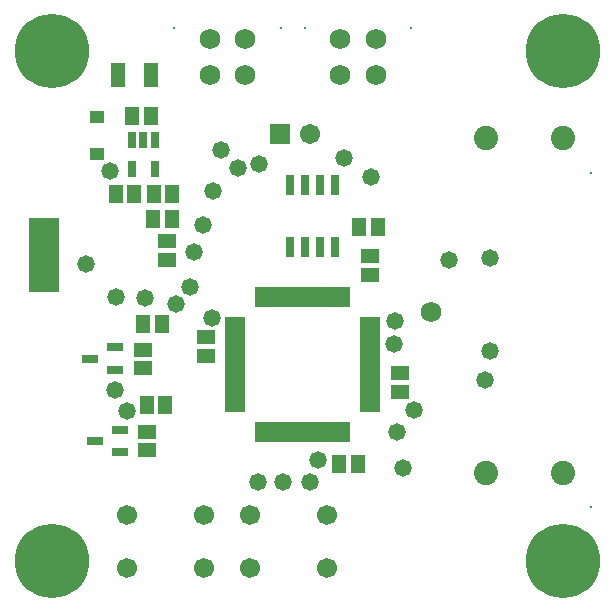
<source format=gbr>
%TF.GenerationSoftware,Altium Limited,Altium Designer,18.1.9 (240)*%
G04 Layer_Color=16711935*
%FSLAX26Y26*%
%MOIN*%
%TF.FileFunction,Soldermask,Bot*%
%TF.Part,Single*%
G01*
G75*
%TA.AperFunction,NonConductor*%
%ADD40R,0.100000X0.250000*%
%TA.AperFunction,SMDPad,CuDef*%
%ADD41R,0.031622X0.067055*%
%ADD42R,0.057213X0.031622*%
%ADD43R,0.031620X0.055240*%
%ADD44R,0.031000X0.055240*%
%ADD45R,0.045402X0.043433*%
%ADD46R,0.047370X0.078866*%
%ADD47R,0.066071X0.019811*%
%ADD48R,0.019811X0.066071*%
%ADD49R,0.045402X0.061150*%
%ADD50R,0.061150X0.045402*%
%TA.AperFunction,ComponentPad*%
%ADD51C,0.068000*%
%ADD52R,0.046000X0.046000*%
%ADD53C,0.046000*%
%ADD54C,0.080835*%
%ADD55C,0.008000*%
%ADD56R,0.067055X0.067055*%
%ADD57C,0.067055*%
%ADD58C,0.066976*%
%TA.AperFunction,ViaPad*%
%ADD59C,0.058000*%
%ADD60C,0.248000*%
D40*
X2800000Y3339999D02*
D03*
D41*
X3770000Y3365669D02*
D03*
X3720000D02*
D03*
X3670000D02*
D03*
X3620000D02*
D03*
Y3574331D02*
D03*
X3670000D02*
D03*
X3720000D02*
D03*
X3770000D02*
D03*
D42*
X3051338Y2757402D02*
D03*
Y2682598D02*
D03*
X2968661Y2720000D02*
D03*
X2953661Y2995000D02*
D03*
X3036338Y2957598D02*
D03*
Y3032402D02*
D03*
D43*
X3092600Y3626577D02*
D03*
X3167400D02*
D03*
D44*
Y3724997D02*
D03*
X3130000D02*
D03*
X3092600D02*
D03*
D45*
X2975000Y3677992D02*
D03*
X2975000Y3802008D02*
D03*
D46*
X3154606Y3940000D02*
D03*
X3044370D02*
D03*
D47*
X3885905Y3122638D02*
D03*
Y3102953D02*
D03*
Y3083268D02*
D03*
Y3063583D02*
D03*
Y3043898D02*
D03*
Y3024213D02*
D03*
Y3004528D02*
D03*
Y2984843D02*
D03*
Y2965157D02*
D03*
Y2945472D02*
D03*
Y2925787D02*
D03*
Y2906102D02*
D03*
Y2886417D02*
D03*
Y2866732D02*
D03*
Y2847047D02*
D03*
Y2827362D02*
D03*
X3434095D02*
D03*
Y2847047D02*
D03*
Y2866732D02*
D03*
Y2886417D02*
D03*
Y2906102D02*
D03*
Y2925787D02*
D03*
Y2945472D02*
D03*
Y2965157D02*
D03*
Y2984843D02*
D03*
Y3004528D02*
D03*
Y3024213D02*
D03*
Y3043898D02*
D03*
Y3063583D02*
D03*
Y3083268D02*
D03*
Y3102953D02*
D03*
Y3122638D02*
D03*
D48*
X3807638Y2749095D02*
D03*
X3787953D02*
D03*
X3768268D02*
D03*
X3748583D02*
D03*
X3728898D02*
D03*
X3709213D02*
D03*
X3689528D02*
D03*
X3669843D02*
D03*
X3650157D02*
D03*
X3630472D02*
D03*
X3610787D02*
D03*
X3591102D02*
D03*
X3571417D02*
D03*
X3551732D02*
D03*
X3532047D02*
D03*
X3512362D02*
D03*
Y3200905D02*
D03*
X3532047D02*
D03*
X3551732D02*
D03*
X3571417D02*
D03*
X3591102D02*
D03*
X3610787D02*
D03*
X3630472D02*
D03*
X3650157D02*
D03*
X3669843D02*
D03*
X3689528D02*
D03*
X3709213D02*
D03*
X3728898D02*
D03*
X3748583D02*
D03*
X3768268D02*
D03*
X3787953D02*
D03*
X3807638D02*
D03*
D49*
X3911496Y3435000D02*
D03*
X3848504D02*
D03*
X3783504Y2645086D02*
D03*
X3846496D02*
D03*
X3142701Y2840000D02*
D03*
X3203724D02*
D03*
X3129488Y3110000D02*
D03*
X3190512D02*
D03*
X3037165Y3545000D02*
D03*
X3098189D02*
D03*
X3226496Y3460000D02*
D03*
X3163504D02*
D03*
X3164488Y3545000D02*
D03*
X3225512D02*
D03*
X3093504Y3805000D02*
D03*
X3156496D02*
D03*
D50*
X3885000Y3273504D02*
D03*
Y3336496D02*
D03*
X3338947Y3066496D02*
D03*
Y3003504D02*
D03*
X3985000Y2883504D02*
D03*
Y2946496D02*
D03*
X3140512Y2689488D02*
D03*
Y2750512D02*
D03*
X3130000Y2964488D02*
D03*
Y3025512D02*
D03*
X3210000Y3386496D02*
D03*
Y3323504D02*
D03*
D51*
X4090000Y3149979D02*
D03*
X3469055Y4059055D02*
D03*
Y3940945D02*
D03*
X3350945Y4059055D02*
D03*
Y3940945D02*
D03*
X3785945D02*
D03*
Y4059055D02*
D03*
X3904055Y3940945D02*
D03*
Y4059055D02*
D03*
D52*
X2825000Y3240000D02*
D03*
D53*
X2775000D02*
D03*
X2825000Y3290000D02*
D03*
X2775000D02*
D03*
X2825000Y3340000D02*
D03*
X2775000D02*
D03*
X2825000Y3390000D02*
D03*
X2775000D02*
D03*
X2825000Y3440000D02*
D03*
X2775000D02*
D03*
D54*
X4528504Y3730000D02*
D03*
X4272598D02*
D03*
Y2615000D02*
D03*
X4528504D02*
D03*
D55*
X4621024Y3615039D02*
D03*
X3587165Y4096063D02*
D03*
X3232835D02*
D03*
X3667835D02*
D03*
X4022165D02*
D03*
X4621024Y2500039D02*
D03*
D56*
X3585000Y3745000D02*
D03*
D57*
X3685000D02*
D03*
D58*
X3077047Y2473583D02*
D03*
X3332953D02*
D03*
X3077047Y2296417D02*
D03*
X3332953D02*
D03*
X3742953D02*
D03*
X3487047D02*
D03*
X3742953Y2473583D02*
D03*
X3487047D02*
D03*
D59*
X3240000Y3177057D02*
D03*
X3713303Y2655900D02*
D03*
X3515000Y3642974D02*
D03*
X4033318Y2825000D02*
D03*
X3329366Y3440000D02*
D03*
X3360000Y3130000D02*
D03*
X3135000Y3196000D02*
D03*
X3890000Y3601373D02*
D03*
X3039370Y3200000D02*
D03*
X2937614Y3312169D02*
D03*
X4285000Y3330000D02*
D03*
X3995000Y2630000D02*
D03*
X3595000Y2585536D02*
D03*
X3512362Y2585000D02*
D03*
X3975000Y2749088D02*
D03*
X3685000Y2585000D02*
D03*
X4285000Y3020000D02*
D03*
X4150000Y3325000D02*
D03*
X3362953Y3555000D02*
D03*
X3970000Y3120000D02*
D03*
X4270000Y2925000D02*
D03*
X3965000Y3045000D02*
D03*
X3390000Y3690000D02*
D03*
X3075000Y2820000D02*
D03*
X3036338Y2890000D02*
D03*
X3445000Y3631575D02*
D03*
X3017831Y3620512D02*
D03*
X3285000Y3235000D02*
D03*
X3300000Y3350000D02*
D03*
X3798117Y3665000D02*
D03*
D60*
X2825000Y4020000D02*
D03*
X4530000Y2320000D02*
D03*
Y4020000D02*
D03*
X2825000Y2320000D02*
D03*
%TF.MD5,541294d681e1eae1a86c4b2044d45086*%
M02*

</source>
